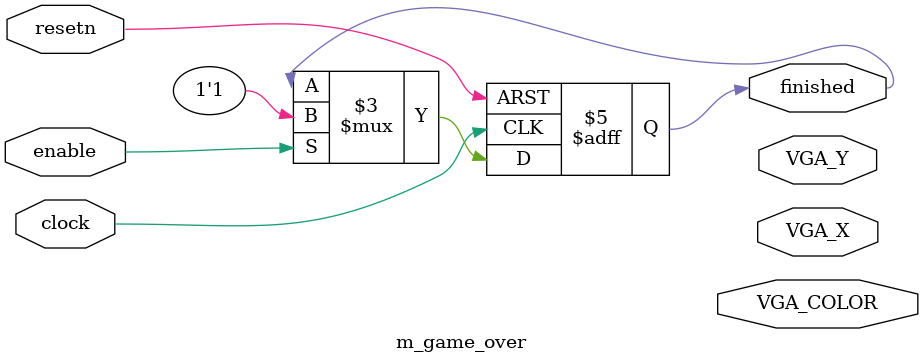
<source format=v>
module m_greeting (
    input clock,
    input resetn,
    input enable,
    output reg finished,
    output reg [7:0] VGA_X,
    output reg [6:0] VGA_Y,
    output reg [11:0] VGA_COLOR
);

    // Internal signals for managing rendering
    reg [14:0] pixel_counter; // Counts up to 19200 (160x120)
    wire [11:0] color_data;   // Color data from greeting_screen
    reg [7:0] x_pos;          // Current X position
    reg [6:0] y_pos;          // Current Y position

    // Instantiate the greeting_screen module
    wire q; // Output from greeting_screen memory
    greeting_screen U1 (
        .address(pixel_counter),
        .clock(clock),
        .q(q)
    );

    // Calculate X and Y positions based on pixel_counter
    always @(*) begin
        x_pos = pixel_counter % 160;  // X position (0-159)
        y_pos = pixel_counter / 160;  // Y position (0-119)
    end

    // Main sequential logic
    always @(posedge clock or negedge resetn) begin
        if (!resetn) begin
            finished <= 0;
            pixel_counter <= 0;
            VGA_X <= 0;
            VGA_Y <= 0;
            VGA_COLOR <= 12'h000;
        end
        else if (enable) begin
            if (pixel_counter < 19200) begin
                VGA_X <= x_pos;
                VGA_Y <= y_pos;
                VGA_COLOR <= (q == 1'b1) ? 12'hFA8 : 12'h611; // Choose color based on screen data
                pixel_counter <= pixel_counter + 1;
            end
            else begin
                finished <= 1; // Indicate completion
                pixel_counter <= 0; // Reset for next use
            end
        end
        else if (finished) begin
            finished <= 0; // Clear finished signal if disabled
        end
    end

endmodule


// Mock game over module
module m_game_over (
    input clock,
    input resetn,
    input enable,
    output reg finished,
    output reg [7:0] VGA_X,
    output reg [6:0] VGA_Y,
    output reg [11:0] VGA_COLOR
);
    always @(posedge clock or negedge resetn) begin
        if (!resetn)
            finished <= 0;
        else if (enable)
            finished <= 1;
    end
endmodule
</source>
